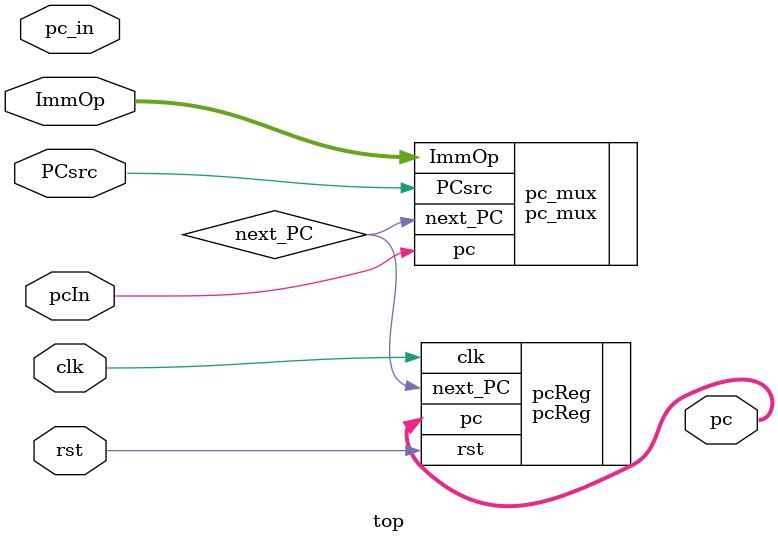
<source format=sv>
module top #(
    parameter   WIDTH = 32
)(
    // interface signals
    input   logic                       clk,        // clock
    input   logic                       rst,        // reset
    input   logic [WIDTH-1:0]           pc_in,         
    input   logic [WIDTH-1:0]           ImmOp,     
    input   logic                       PCsrc,  
    input   logic                       pcIn,
    output  logic [WIDTH-1:0]           pc        // output data
    
);

logic next_PC;    // interconnect wire

pc_mux pc_mux(
    .PCsrc (PCsrc),
    .ImmOp (ImmOp),
    .next_PC (next_PC),
    .pc (pcIn)
);

pcReg pcReg(
    .clk (clk),
    .rst (rst),
    .next_PC (next_PC),
    .pc (pc)
);

endmodule

</source>
